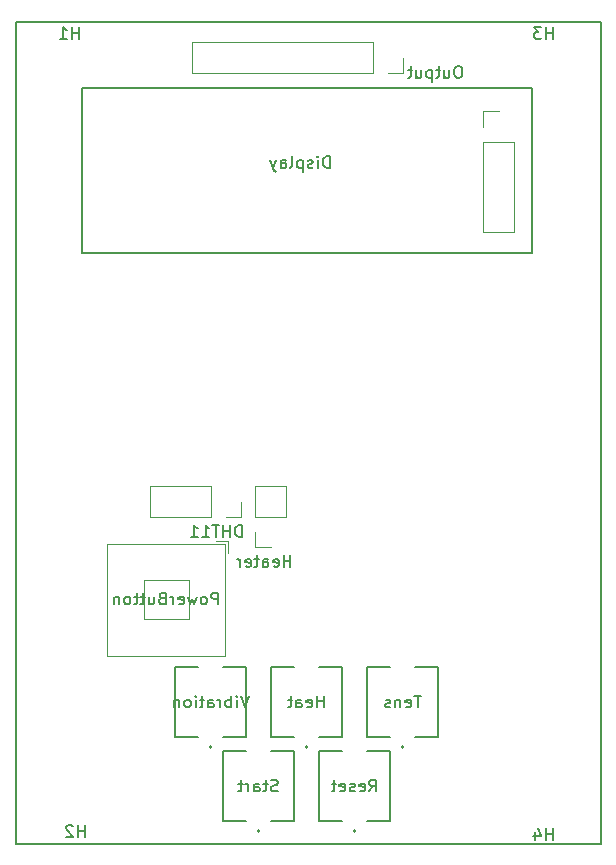
<source format=gbr>
%TF.GenerationSoftware,KiCad,Pcbnew,7.0.7*%
%TF.CreationDate,2025-03-26T10:17:06+05:30*%
%TF.ProjectId,VibAndHeat_Version1,56696241-6e64-4486-9561-745f56657273,rev?*%
%TF.SameCoordinates,Original*%
%TF.FileFunction,Legend,Bot*%
%TF.FilePolarity,Positive*%
%FSLAX46Y46*%
G04 Gerber Fmt 4.6, Leading zero omitted, Abs format (unit mm)*
G04 Created by KiCad (PCBNEW 7.0.7) date 2025-03-26 10:17:06*
%MOMM*%
%LPD*%
G01*
G04 APERTURE LIST*
%ADD10C,0.150000*%
%ADD11C,0.120000*%
%ADD12C,0.127000*%
%ADD13C,0.200000*%
G04 APERTURE END LIST*
D10*
X120396000Y-69596000D02*
X158496000Y-69596000D01*
X158496000Y-83566000D01*
X120396000Y-83566000D01*
X120396000Y-69596000D01*
X114808000Y-64008000D02*
X164338000Y-64008000D01*
X164338000Y-133604000D01*
X114808000Y-133604000D01*
X114808000Y-64008000D01*
X133945047Y-107642819D02*
X133945047Y-106642819D01*
X133945047Y-106642819D02*
X133706952Y-106642819D01*
X133706952Y-106642819D02*
X133564095Y-106690438D01*
X133564095Y-106690438D02*
X133468857Y-106785676D01*
X133468857Y-106785676D02*
X133421238Y-106880914D01*
X133421238Y-106880914D02*
X133373619Y-107071390D01*
X133373619Y-107071390D02*
X133373619Y-107214247D01*
X133373619Y-107214247D02*
X133421238Y-107404723D01*
X133421238Y-107404723D02*
X133468857Y-107499961D01*
X133468857Y-107499961D02*
X133564095Y-107595200D01*
X133564095Y-107595200D02*
X133706952Y-107642819D01*
X133706952Y-107642819D02*
X133945047Y-107642819D01*
X132945047Y-107642819D02*
X132945047Y-106642819D01*
X132945047Y-107119009D02*
X132373619Y-107119009D01*
X132373619Y-107642819D02*
X132373619Y-106642819D01*
X132040285Y-106642819D02*
X131468857Y-106642819D01*
X131754571Y-107642819D02*
X131754571Y-106642819D01*
X130611714Y-107642819D02*
X131183142Y-107642819D01*
X130897428Y-107642819D02*
X130897428Y-106642819D01*
X130897428Y-106642819D02*
X130992666Y-106785676D01*
X130992666Y-106785676D02*
X131087904Y-106880914D01*
X131087904Y-106880914D02*
X131183142Y-106928533D01*
X129659333Y-107642819D02*
X130230761Y-107642819D01*
X129945047Y-107642819D02*
X129945047Y-106642819D01*
X129945047Y-106642819D02*
X130040285Y-106785676D01*
X130040285Y-106785676D02*
X130135523Y-106880914D01*
X130135523Y-106880914D02*
X130230761Y-106928533D01*
X149145428Y-121080819D02*
X148574000Y-121080819D01*
X148859714Y-122080819D02*
X148859714Y-121080819D01*
X147859714Y-122033200D02*
X147954952Y-122080819D01*
X147954952Y-122080819D02*
X148145428Y-122080819D01*
X148145428Y-122080819D02*
X148240666Y-122033200D01*
X148240666Y-122033200D02*
X148288285Y-121937961D01*
X148288285Y-121937961D02*
X148288285Y-121557009D01*
X148288285Y-121557009D02*
X148240666Y-121461771D01*
X148240666Y-121461771D02*
X148145428Y-121414152D01*
X148145428Y-121414152D02*
X147954952Y-121414152D01*
X147954952Y-121414152D02*
X147859714Y-121461771D01*
X147859714Y-121461771D02*
X147812095Y-121557009D01*
X147812095Y-121557009D02*
X147812095Y-121652247D01*
X147812095Y-121652247D02*
X148288285Y-121747485D01*
X147383523Y-121414152D02*
X147383523Y-122080819D01*
X147383523Y-121509390D02*
X147335904Y-121461771D01*
X147335904Y-121461771D02*
X147240666Y-121414152D01*
X147240666Y-121414152D02*
X147097809Y-121414152D01*
X147097809Y-121414152D02*
X147002571Y-121461771D01*
X147002571Y-121461771D02*
X146954952Y-121557009D01*
X146954952Y-121557009D02*
X146954952Y-122080819D01*
X146526380Y-122033200D02*
X146431142Y-122080819D01*
X146431142Y-122080819D02*
X146240666Y-122080819D01*
X146240666Y-122080819D02*
X146145428Y-122033200D01*
X146145428Y-122033200D02*
X146097809Y-121937961D01*
X146097809Y-121937961D02*
X146097809Y-121890342D01*
X146097809Y-121890342D02*
X146145428Y-121795104D01*
X146145428Y-121795104D02*
X146240666Y-121747485D01*
X146240666Y-121747485D02*
X146383523Y-121747485D01*
X146383523Y-121747485D02*
X146478761Y-121699866D01*
X146478761Y-121699866D02*
X146526380Y-121604628D01*
X146526380Y-121604628D02*
X146526380Y-121557009D01*
X146526380Y-121557009D02*
X146478761Y-121461771D01*
X146478761Y-121461771D02*
X146383523Y-121414152D01*
X146383523Y-121414152D02*
X146240666Y-121414152D01*
X146240666Y-121414152D02*
X146145428Y-121461771D01*
X141390380Y-76400819D02*
X141390380Y-75400819D01*
X141390380Y-75400819D02*
X141152285Y-75400819D01*
X141152285Y-75400819D02*
X141009428Y-75448438D01*
X141009428Y-75448438D02*
X140914190Y-75543676D01*
X140914190Y-75543676D02*
X140866571Y-75638914D01*
X140866571Y-75638914D02*
X140818952Y-75829390D01*
X140818952Y-75829390D02*
X140818952Y-75972247D01*
X140818952Y-75972247D02*
X140866571Y-76162723D01*
X140866571Y-76162723D02*
X140914190Y-76257961D01*
X140914190Y-76257961D02*
X141009428Y-76353200D01*
X141009428Y-76353200D02*
X141152285Y-76400819D01*
X141152285Y-76400819D02*
X141390380Y-76400819D01*
X140390380Y-76400819D02*
X140390380Y-75734152D01*
X140390380Y-75400819D02*
X140437999Y-75448438D01*
X140437999Y-75448438D02*
X140390380Y-75496057D01*
X140390380Y-75496057D02*
X140342761Y-75448438D01*
X140342761Y-75448438D02*
X140390380Y-75400819D01*
X140390380Y-75400819D02*
X140390380Y-75496057D01*
X139961809Y-76353200D02*
X139866571Y-76400819D01*
X139866571Y-76400819D02*
X139676095Y-76400819D01*
X139676095Y-76400819D02*
X139580857Y-76353200D01*
X139580857Y-76353200D02*
X139533238Y-76257961D01*
X139533238Y-76257961D02*
X139533238Y-76210342D01*
X139533238Y-76210342D02*
X139580857Y-76115104D01*
X139580857Y-76115104D02*
X139676095Y-76067485D01*
X139676095Y-76067485D02*
X139818952Y-76067485D01*
X139818952Y-76067485D02*
X139914190Y-76019866D01*
X139914190Y-76019866D02*
X139961809Y-75924628D01*
X139961809Y-75924628D02*
X139961809Y-75877009D01*
X139961809Y-75877009D02*
X139914190Y-75781771D01*
X139914190Y-75781771D02*
X139818952Y-75734152D01*
X139818952Y-75734152D02*
X139676095Y-75734152D01*
X139676095Y-75734152D02*
X139580857Y-75781771D01*
X139104666Y-75734152D02*
X139104666Y-76734152D01*
X139104666Y-75781771D02*
X139009428Y-75734152D01*
X139009428Y-75734152D02*
X138818952Y-75734152D01*
X138818952Y-75734152D02*
X138723714Y-75781771D01*
X138723714Y-75781771D02*
X138676095Y-75829390D01*
X138676095Y-75829390D02*
X138628476Y-75924628D01*
X138628476Y-75924628D02*
X138628476Y-76210342D01*
X138628476Y-76210342D02*
X138676095Y-76305580D01*
X138676095Y-76305580D02*
X138723714Y-76353200D01*
X138723714Y-76353200D02*
X138818952Y-76400819D01*
X138818952Y-76400819D02*
X139009428Y-76400819D01*
X139009428Y-76400819D02*
X139104666Y-76353200D01*
X138057047Y-76400819D02*
X138152285Y-76353200D01*
X138152285Y-76353200D02*
X138199904Y-76257961D01*
X138199904Y-76257961D02*
X138199904Y-75400819D01*
X137247523Y-76400819D02*
X137247523Y-75877009D01*
X137247523Y-75877009D02*
X137295142Y-75781771D01*
X137295142Y-75781771D02*
X137390380Y-75734152D01*
X137390380Y-75734152D02*
X137580856Y-75734152D01*
X137580856Y-75734152D02*
X137676094Y-75781771D01*
X137247523Y-76353200D02*
X137342761Y-76400819D01*
X137342761Y-76400819D02*
X137580856Y-76400819D01*
X137580856Y-76400819D02*
X137676094Y-76353200D01*
X137676094Y-76353200D02*
X137723713Y-76257961D01*
X137723713Y-76257961D02*
X137723713Y-76162723D01*
X137723713Y-76162723D02*
X137676094Y-76067485D01*
X137676094Y-76067485D02*
X137580856Y-76019866D01*
X137580856Y-76019866D02*
X137342761Y-76019866D01*
X137342761Y-76019866D02*
X137247523Y-75972247D01*
X136866570Y-75734152D02*
X136628475Y-76400819D01*
X136390380Y-75734152D02*
X136628475Y-76400819D01*
X136628475Y-76400819D02*
X136723713Y-76638914D01*
X136723713Y-76638914D02*
X136771332Y-76686533D01*
X136771332Y-76686533D02*
X136866570Y-76734152D01*
X160273904Y-65478819D02*
X160273904Y-64478819D01*
X160273904Y-64955009D02*
X159702476Y-64955009D01*
X159702476Y-65478819D02*
X159702476Y-64478819D01*
X159321523Y-64478819D02*
X158702476Y-64478819D01*
X158702476Y-64478819D02*
X159035809Y-64859771D01*
X159035809Y-64859771D02*
X158892952Y-64859771D01*
X158892952Y-64859771D02*
X158797714Y-64907390D01*
X158797714Y-64907390D02*
X158750095Y-64955009D01*
X158750095Y-64955009D02*
X158702476Y-65050247D01*
X158702476Y-65050247D02*
X158702476Y-65288342D01*
X158702476Y-65288342D02*
X158750095Y-65383580D01*
X158750095Y-65383580D02*
X158797714Y-65431200D01*
X158797714Y-65431200D02*
X158892952Y-65478819D01*
X158892952Y-65478819D02*
X159178666Y-65478819D01*
X159178666Y-65478819D02*
X159273904Y-65431200D01*
X159273904Y-65431200D02*
X159321523Y-65383580D01*
X144748095Y-129192819D02*
X145081428Y-128716628D01*
X145319523Y-129192819D02*
X145319523Y-128192819D01*
X145319523Y-128192819D02*
X144938571Y-128192819D01*
X144938571Y-128192819D02*
X144843333Y-128240438D01*
X144843333Y-128240438D02*
X144795714Y-128288057D01*
X144795714Y-128288057D02*
X144748095Y-128383295D01*
X144748095Y-128383295D02*
X144748095Y-128526152D01*
X144748095Y-128526152D02*
X144795714Y-128621390D01*
X144795714Y-128621390D02*
X144843333Y-128669009D01*
X144843333Y-128669009D02*
X144938571Y-128716628D01*
X144938571Y-128716628D02*
X145319523Y-128716628D01*
X143938571Y-129145200D02*
X144033809Y-129192819D01*
X144033809Y-129192819D02*
X144224285Y-129192819D01*
X144224285Y-129192819D02*
X144319523Y-129145200D01*
X144319523Y-129145200D02*
X144367142Y-129049961D01*
X144367142Y-129049961D02*
X144367142Y-128669009D01*
X144367142Y-128669009D02*
X144319523Y-128573771D01*
X144319523Y-128573771D02*
X144224285Y-128526152D01*
X144224285Y-128526152D02*
X144033809Y-128526152D01*
X144033809Y-128526152D02*
X143938571Y-128573771D01*
X143938571Y-128573771D02*
X143890952Y-128669009D01*
X143890952Y-128669009D02*
X143890952Y-128764247D01*
X143890952Y-128764247D02*
X144367142Y-128859485D01*
X143509999Y-129145200D02*
X143414761Y-129192819D01*
X143414761Y-129192819D02*
X143224285Y-129192819D01*
X143224285Y-129192819D02*
X143129047Y-129145200D01*
X143129047Y-129145200D02*
X143081428Y-129049961D01*
X143081428Y-129049961D02*
X143081428Y-129002342D01*
X143081428Y-129002342D02*
X143129047Y-128907104D01*
X143129047Y-128907104D02*
X143224285Y-128859485D01*
X143224285Y-128859485D02*
X143367142Y-128859485D01*
X143367142Y-128859485D02*
X143462380Y-128811866D01*
X143462380Y-128811866D02*
X143509999Y-128716628D01*
X143509999Y-128716628D02*
X143509999Y-128669009D01*
X143509999Y-128669009D02*
X143462380Y-128573771D01*
X143462380Y-128573771D02*
X143367142Y-128526152D01*
X143367142Y-128526152D02*
X143224285Y-128526152D01*
X143224285Y-128526152D02*
X143129047Y-128573771D01*
X142271904Y-129145200D02*
X142367142Y-129192819D01*
X142367142Y-129192819D02*
X142557618Y-129192819D01*
X142557618Y-129192819D02*
X142652856Y-129145200D01*
X142652856Y-129145200D02*
X142700475Y-129049961D01*
X142700475Y-129049961D02*
X142700475Y-128669009D01*
X142700475Y-128669009D02*
X142652856Y-128573771D01*
X142652856Y-128573771D02*
X142557618Y-128526152D01*
X142557618Y-128526152D02*
X142367142Y-128526152D01*
X142367142Y-128526152D02*
X142271904Y-128573771D01*
X142271904Y-128573771D02*
X142224285Y-128669009D01*
X142224285Y-128669009D02*
X142224285Y-128764247D01*
X142224285Y-128764247D02*
X142700475Y-128859485D01*
X141938570Y-128526152D02*
X141557618Y-128526152D01*
X141795713Y-128192819D02*
X141795713Y-129049961D01*
X141795713Y-129049961D02*
X141748094Y-129145200D01*
X141748094Y-129145200D02*
X141652856Y-129192819D01*
X141652856Y-129192819D02*
X141557618Y-129192819D01*
X140898380Y-122080819D02*
X140898380Y-121080819D01*
X140898380Y-121557009D02*
X140326952Y-121557009D01*
X140326952Y-122080819D02*
X140326952Y-121080819D01*
X139469809Y-122033200D02*
X139565047Y-122080819D01*
X139565047Y-122080819D02*
X139755523Y-122080819D01*
X139755523Y-122080819D02*
X139850761Y-122033200D01*
X139850761Y-122033200D02*
X139898380Y-121937961D01*
X139898380Y-121937961D02*
X139898380Y-121557009D01*
X139898380Y-121557009D02*
X139850761Y-121461771D01*
X139850761Y-121461771D02*
X139755523Y-121414152D01*
X139755523Y-121414152D02*
X139565047Y-121414152D01*
X139565047Y-121414152D02*
X139469809Y-121461771D01*
X139469809Y-121461771D02*
X139422190Y-121557009D01*
X139422190Y-121557009D02*
X139422190Y-121652247D01*
X139422190Y-121652247D02*
X139898380Y-121747485D01*
X138565047Y-122080819D02*
X138565047Y-121557009D01*
X138565047Y-121557009D02*
X138612666Y-121461771D01*
X138612666Y-121461771D02*
X138707904Y-121414152D01*
X138707904Y-121414152D02*
X138898380Y-121414152D01*
X138898380Y-121414152D02*
X138993618Y-121461771D01*
X138565047Y-122033200D02*
X138660285Y-122080819D01*
X138660285Y-122080819D02*
X138898380Y-122080819D01*
X138898380Y-122080819D02*
X138993618Y-122033200D01*
X138993618Y-122033200D02*
X139041237Y-121937961D01*
X139041237Y-121937961D02*
X139041237Y-121842723D01*
X139041237Y-121842723D02*
X138993618Y-121747485D01*
X138993618Y-121747485D02*
X138898380Y-121699866D01*
X138898380Y-121699866D02*
X138660285Y-121699866D01*
X138660285Y-121699866D02*
X138565047Y-121652247D01*
X138231713Y-121414152D02*
X137850761Y-121414152D01*
X138088856Y-121080819D02*
X138088856Y-121937961D01*
X138088856Y-121937961D02*
X138041237Y-122033200D01*
X138041237Y-122033200D02*
X137945999Y-122080819D01*
X137945999Y-122080819D02*
X137850761Y-122080819D01*
X120141904Y-65478819D02*
X120141904Y-64478819D01*
X120141904Y-64955009D02*
X119570476Y-64955009D01*
X119570476Y-65478819D02*
X119570476Y-64478819D01*
X118570476Y-65478819D02*
X119141904Y-65478819D01*
X118856190Y-65478819D02*
X118856190Y-64478819D01*
X118856190Y-64478819D02*
X118951428Y-64621676D01*
X118951428Y-64621676D02*
X119046666Y-64716914D01*
X119046666Y-64716914D02*
X119141904Y-64764533D01*
X134532285Y-121080819D02*
X134198952Y-122080819D01*
X134198952Y-122080819D02*
X133865619Y-121080819D01*
X133532285Y-122080819D02*
X133532285Y-121414152D01*
X133532285Y-121080819D02*
X133579904Y-121128438D01*
X133579904Y-121128438D02*
X133532285Y-121176057D01*
X133532285Y-121176057D02*
X133484666Y-121128438D01*
X133484666Y-121128438D02*
X133532285Y-121080819D01*
X133532285Y-121080819D02*
X133532285Y-121176057D01*
X133056095Y-122080819D02*
X133056095Y-121080819D01*
X133056095Y-121461771D02*
X132960857Y-121414152D01*
X132960857Y-121414152D02*
X132770381Y-121414152D01*
X132770381Y-121414152D02*
X132675143Y-121461771D01*
X132675143Y-121461771D02*
X132627524Y-121509390D01*
X132627524Y-121509390D02*
X132579905Y-121604628D01*
X132579905Y-121604628D02*
X132579905Y-121890342D01*
X132579905Y-121890342D02*
X132627524Y-121985580D01*
X132627524Y-121985580D02*
X132675143Y-122033200D01*
X132675143Y-122033200D02*
X132770381Y-122080819D01*
X132770381Y-122080819D02*
X132960857Y-122080819D01*
X132960857Y-122080819D02*
X133056095Y-122033200D01*
X132151333Y-122080819D02*
X132151333Y-121414152D01*
X132151333Y-121604628D02*
X132103714Y-121509390D01*
X132103714Y-121509390D02*
X132056095Y-121461771D01*
X132056095Y-121461771D02*
X131960857Y-121414152D01*
X131960857Y-121414152D02*
X131865619Y-121414152D01*
X131103714Y-122080819D02*
X131103714Y-121557009D01*
X131103714Y-121557009D02*
X131151333Y-121461771D01*
X131151333Y-121461771D02*
X131246571Y-121414152D01*
X131246571Y-121414152D02*
X131437047Y-121414152D01*
X131437047Y-121414152D02*
X131532285Y-121461771D01*
X131103714Y-122033200D02*
X131198952Y-122080819D01*
X131198952Y-122080819D02*
X131437047Y-122080819D01*
X131437047Y-122080819D02*
X131532285Y-122033200D01*
X131532285Y-122033200D02*
X131579904Y-121937961D01*
X131579904Y-121937961D02*
X131579904Y-121842723D01*
X131579904Y-121842723D02*
X131532285Y-121747485D01*
X131532285Y-121747485D02*
X131437047Y-121699866D01*
X131437047Y-121699866D02*
X131198952Y-121699866D01*
X131198952Y-121699866D02*
X131103714Y-121652247D01*
X130770380Y-121414152D02*
X130389428Y-121414152D01*
X130627523Y-121080819D02*
X130627523Y-121937961D01*
X130627523Y-121937961D02*
X130579904Y-122033200D01*
X130579904Y-122033200D02*
X130484666Y-122080819D01*
X130484666Y-122080819D02*
X130389428Y-122080819D01*
X130056094Y-122080819D02*
X130056094Y-121414152D01*
X130056094Y-121080819D02*
X130103713Y-121128438D01*
X130103713Y-121128438D02*
X130056094Y-121176057D01*
X130056094Y-121176057D02*
X130008475Y-121128438D01*
X130008475Y-121128438D02*
X130056094Y-121080819D01*
X130056094Y-121080819D02*
X130056094Y-121176057D01*
X129437047Y-122080819D02*
X129532285Y-122033200D01*
X129532285Y-122033200D02*
X129579904Y-121985580D01*
X129579904Y-121985580D02*
X129627523Y-121890342D01*
X129627523Y-121890342D02*
X129627523Y-121604628D01*
X129627523Y-121604628D02*
X129579904Y-121509390D01*
X129579904Y-121509390D02*
X129532285Y-121461771D01*
X129532285Y-121461771D02*
X129437047Y-121414152D01*
X129437047Y-121414152D02*
X129294190Y-121414152D01*
X129294190Y-121414152D02*
X129198952Y-121461771D01*
X129198952Y-121461771D02*
X129151333Y-121509390D01*
X129151333Y-121509390D02*
X129103714Y-121604628D01*
X129103714Y-121604628D02*
X129103714Y-121890342D01*
X129103714Y-121890342D02*
X129151333Y-121985580D01*
X129151333Y-121985580D02*
X129198952Y-122033200D01*
X129198952Y-122033200D02*
X129294190Y-122080819D01*
X129294190Y-122080819D02*
X129437047Y-122080819D01*
X128675142Y-121414152D02*
X128675142Y-122080819D01*
X128675142Y-121509390D02*
X128627523Y-121461771D01*
X128627523Y-121461771D02*
X128532285Y-121414152D01*
X128532285Y-121414152D02*
X128389428Y-121414152D01*
X128389428Y-121414152D02*
X128294190Y-121461771D01*
X128294190Y-121461771D02*
X128246571Y-121557009D01*
X128246571Y-121557009D02*
X128246571Y-122080819D01*
X137001047Y-129145200D02*
X136858190Y-129192819D01*
X136858190Y-129192819D02*
X136620095Y-129192819D01*
X136620095Y-129192819D02*
X136524857Y-129145200D01*
X136524857Y-129145200D02*
X136477238Y-129097580D01*
X136477238Y-129097580D02*
X136429619Y-129002342D01*
X136429619Y-129002342D02*
X136429619Y-128907104D01*
X136429619Y-128907104D02*
X136477238Y-128811866D01*
X136477238Y-128811866D02*
X136524857Y-128764247D01*
X136524857Y-128764247D02*
X136620095Y-128716628D01*
X136620095Y-128716628D02*
X136810571Y-128669009D01*
X136810571Y-128669009D02*
X136905809Y-128621390D01*
X136905809Y-128621390D02*
X136953428Y-128573771D01*
X136953428Y-128573771D02*
X137001047Y-128478533D01*
X137001047Y-128478533D02*
X137001047Y-128383295D01*
X137001047Y-128383295D02*
X136953428Y-128288057D01*
X136953428Y-128288057D02*
X136905809Y-128240438D01*
X136905809Y-128240438D02*
X136810571Y-128192819D01*
X136810571Y-128192819D02*
X136572476Y-128192819D01*
X136572476Y-128192819D02*
X136429619Y-128240438D01*
X136143904Y-128526152D02*
X135762952Y-128526152D01*
X136001047Y-128192819D02*
X136001047Y-129049961D01*
X136001047Y-129049961D02*
X135953428Y-129145200D01*
X135953428Y-129145200D02*
X135858190Y-129192819D01*
X135858190Y-129192819D02*
X135762952Y-129192819D01*
X135001047Y-129192819D02*
X135001047Y-128669009D01*
X135001047Y-128669009D02*
X135048666Y-128573771D01*
X135048666Y-128573771D02*
X135143904Y-128526152D01*
X135143904Y-128526152D02*
X135334380Y-128526152D01*
X135334380Y-128526152D02*
X135429618Y-128573771D01*
X135001047Y-129145200D02*
X135096285Y-129192819D01*
X135096285Y-129192819D02*
X135334380Y-129192819D01*
X135334380Y-129192819D02*
X135429618Y-129145200D01*
X135429618Y-129145200D02*
X135477237Y-129049961D01*
X135477237Y-129049961D02*
X135477237Y-128954723D01*
X135477237Y-128954723D02*
X135429618Y-128859485D01*
X135429618Y-128859485D02*
X135334380Y-128811866D01*
X135334380Y-128811866D02*
X135096285Y-128811866D01*
X135096285Y-128811866D02*
X135001047Y-128764247D01*
X134524856Y-129192819D02*
X134524856Y-128526152D01*
X134524856Y-128716628D02*
X134477237Y-128621390D01*
X134477237Y-128621390D02*
X134429618Y-128573771D01*
X134429618Y-128573771D02*
X134334380Y-128526152D01*
X134334380Y-128526152D02*
X134239142Y-128526152D01*
X134048665Y-128526152D02*
X133667713Y-128526152D01*
X133905808Y-128192819D02*
X133905808Y-129049961D01*
X133905808Y-129049961D02*
X133858189Y-129145200D01*
X133858189Y-129145200D02*
X133762951Y-129192819D01*
X133762951Y-129192819D02*
X133667713Y-129192819D01*
X131952762Y-113359319D02*
X131952762Y-112359319D01*
X131952762Y-112359319D02*
X131571810Y-112359319D01*
X131571810Y-112359319D02*
X131476572Y-112406938D01*
X131476572Y-112406938D02*
X131428953Y-112454557D01*
X131428953Y-112454557D02*
X131381334Y-112549795D01*
X131381334Y-112549795D02*
X131381334Y-112692652D01*
X131381334Y-112692652D02*
X131428953Y-112787890D01*
X131428953Y-112787890D02*
X131476572Y-112835509D01*
X131476572Y-112835509D02*
X131571810Y-112883128D01*
X131571810Y-112883128D02*
X131952762Y-112883128D01*
X130809905Y-113359319D02*
X130905143Y-113311700D01*
X130905143Y-113311700D02*
X130952762Y-113264080D01*
X130952762Y-113264080D02*
X131000381Y-113168842D01*
X131000381Y-113168842D02*
X131000381Y-112883128D01*
X131000381Y-112883128D02*
X130952762Y-112787890D01*
X130952762Y-112787890D02*
X130905143Y-112740271D01*
X130905143Y-112740271D02*
X130809905Y-112692652D01*
X130809905Y-112692652D02*
X130667048Y-112692652D01*
X130667048Y-112692652D02*
X130571810Y-112740271D01*
X130571810Y-112740271D02*
X130524191Y-112787890D01*
X130524191Y-112787890D02*
X130476572Y-112883128D01*
X130476572Y-112883128D02*
X130476572Y-113168842D01*
X130476572Y-113168842D02*
X130524191Y-113264080D01*
X130524191Y-113264080D02*
X130571810Y-113311700D01*
X130571810Y-113311700D02*
X130667048Y-113359319D01*
X130667048Y-113359319D02*
X130809905Y-113359319D01*
X130143238Y-112692652D02*
X129952762Y-113359319D01*
X129952762Y-113359319D02*
X129762286Y-112883128D01*
X129762286Y-112883128D02*
X129571810Y-113359319D01*
X129571810Y-113359319D02*
X129381334Y-112692652D01*
X128619429Y-113311700D02*
X128714667Y-113359319D01*
X128714667Y-113359319D02*
X128905143Y-113359319D01*
X128905143Y-113359319D02*
X129000381Y-113311700D01*
X129000381Y-113311700D02*
X129048000Y-113216461D01*
X129048000Y-113216461D02*
X129048000Y-112835509D01*
X129048000Y-112835509D02*
X129000381Y-112740271D01*
X129000381Y-112740271D02*
X128905143Y-112692652D01*
X128905143Y-112692652D02*
X128714667Y-112692652D01*
X128714667Y-112692652D02*
X128619429Y-112740271D01*
X128619429Y-112740271D02*
X128571810Y-112835509D01*
X128571810Y-112835509D02*
X128571810Y-112930747D01*
X128571810Y-112930747D02*
X129048000Y-113025985D01*
X128143238Y-113359319D02*
X128143238Y-112692652D01*
X128143238Y-112883128D02*
X128095619Y-112787890D01*
X128095619Y-112787890D02*
X128048000Y-112740271D01*
X128048000Y-112740271D02*
X127952762Y-112692652D01*
X127952762Y-112692652D02*
X127857524Y-112692652D01*
X127190857Y-112835509D02*
X127048000Y-112883128D01*
X127048000Y-112883128D02*
X127000381Y-112930747D01*
X127000381Y-112930747D02*
X126952762Y-113025985D01*
X126952762Y-113025985D02*
X126952762Y-113168842D01*
X126952762Y-113168842D02*
X127000381Y-113264080D01*
X127000381Y-113264080D02*
X127048000Y-113311700D01*
X127048000Y-113311700D02*
X127143238Y-113359319D01*
X127143238Y-113359319D02*
X127524190Y-113359319D01*
X127524190Y-113359319D02*
X127524190Y-112359319D01*
X127524190Y-112359319D02*
X127190857Y-112359319D01*
X127190857Y-112359319D02*
X127095619Y-112406938D01*
X127095619Y-112406938D02*
X127048000Y-112454557D01*
X127048000Y-112454557D02*
X127000381Y-112549795D01*
X127000381Y-112549795D02*
X127000381Y-112645033D01*
X127000381Y-112645033D02*
X127048000Y-112740271D01*
X127048000Y-112740271D02*
X127095619Y-112787890D01*
X127095619Y-112787890D02*
X127190857Y-112835509D01*
X127190857Y-112835509D02*
X127524190Y-112835509D01*
X126095619Y-112692652D02*
X126095619Y-113359319D01*
X126524190Y-112692652D02*
X126524190Y-113216461D01*
X126524190Y-113216461D02*
X126476571Y-113311700D01*
X126476571Y-113311700D02*
X126381333Y-113359319D01*
X126381333Y-113359319D02*
X126238476Y-113359319D01*
X126238476Y-113359319D02*
X126143238Y-113311700D01*
X126143238Y-113311700D02*
X126095619Y-113264080D01*
X125762285Y-112692652D02*
X125381333Y-112692652D01*
X125619428Y-112359319D02*
X125619428Y-113216461D01*
X125619428Y-113216461D02*
X125571809Y-113311700D01*
X125571809Y-113311700D02*
X125476571Y-113359319D01*
X125476571Y-113359319D02*
X125381333Y-113359319D01*
X125190856Y-112692652D02*
X124809904Y-112692652D01*
X125047999Y-112359319D02*
X125047999Y-113216461D01*
X125047999Y-113216461D02*
X125000380Y-113311700D01*
X125000380Y-113311700D02*
X124905142Y-113359319D01*
X124905142Y-113359319D02*
X124809904Y-113359319D01*
X124333713Y-113359319D02*
X124428951Y-113311700D01*
X124428951Y-113311700D02*
X124476570Y-113264080D01*
X124476570Y-113264080D02*
X124524189Y-113168842D01*
X124524189Y-113168842D02*
X124524189Y-112883128D01*
X124524189Y-112883128D02*
X124476570Y-112787890D01*
X124476570Y-112787890D02*
X124428951Y-112740271D01*
X124428951Y-112740271D02*
X124333713Y-112692652D01*
X124333713Y-112692652D02*
X124190856Y-112692652D01*
X124190856Y-112692652D02*
X124095618Y-112740271D01*
X124095618Y-112740271D02*
X124047999Y-112787890D01*
X124047999Y-112787890D02*
X124000380Y-112883128D01*
X124000380Y-112883128D02*
X124000380Y-113168842D01*
X124000380Y-113168842D02*
X124047999Y-113264080D01*
X124047999Y-113264080D02*
X124095618Y-113311700D01*
X124095618Y-113311700D02*
X124190856Y-113359319D01*
X124190856Y-113359319D02*
X124333713Y-113359319D01*
X123571808Y-112692652D02*
X123571808Y-113359319D01*
X123571808Y-112787890D02*
X123524189Y-112740271D01*
X123524189Y-112740271D02*
X123428951Y-112692652D01*
X123428951Y-112692652D02*
X123286094Y-112692652D01*
X123286094Y-112692652D02*
X123190856Y-112740271D01*
X123190856Y-112740271D02*
X123143237Y-112835509D01*
X123143237Y-112835509D02*
X123143237Y-113359319D01*
X152391809Y-67780819D02*
X152201333Y-67780819D01*
X152201333Y-67780819D02*
X152106095Y-67828438D01*
X152106095Y-67828438D02*
X152010857Y-67923676D01*
X152010857Y-67923676D02*
X151963238Y-68114152D01*
X151963238Y-68114152D02*
X151963238Y-68447485D01*
X151963238Y-68447485D02*
X152010857Y-68637961D01*
X152010857Y-68637961D02*
X152106095Y-68733200D01*
X152106095Y-68733200D02*
X152201333Y-68780819D01*
X152201333Y-68780819D02*
X152391809Y-68780819D01*
X152391809Y-68780819D02*
X152487047Y-68733200D01*
X152487047Y-68733200D02*
X152582285Y-68637961D01*
X152582285Y-68637961D02*
X152629904Y-68447485D01*
X152629904Y-68447485D02*
X152629904Y-68114152D01*
X152629904Y-68114152D02*
X152582285Y-67923676D01*
X152582285Y-67923676D02*
X152487047Y-67828438D01*
X152487047Y-67828438D02*
X152391809Y-67780819D01*
X151106095Y-68114152D02*
X151106095Y-68780819D01*
X151534666Y-68114152D02*
X151534666Y-68637961D01*
X151534666Y-68637961D02*
X151487047Y-68733200D01*
X151487047Y-68733200D02*
X151391809Y-68780819D01*
X151391809Y-68780819D02*
X151248952Y-68780819D01*
X151248952Y-68780819D02*
X151153714Y-68733200D01*
X151153714Y-68733200D02*
X151106095Y-68685580D01*
X150772761Y-68114152D02*
X150391809Y-68114152D01*
X150629904Y-67780819D02*
X150629904Y-68637961D01*
X150629904Y-68637961D02*
X150582285Y-68733200D01*
X150582285Y-68733200D02*
X150487047Y-68780819D01*
X150487047Y-68780819D02*
X150391809Y-68780819D01*
X150058475Y-68114152D02*
X150058475Y-69114152D01*
X150058475Y-68161771D02*
X149963237Y-68114152D01*
X149963237Y-68114152D02*
X149772761Y-68114152D01*
X149772761Y-68114152D02*
X149677523Y-68161771D01*
X149677523Y-68161771D02*
X149629904Y-68209390D01*
X149629904Y-68209390D02*
X149582285Y-68304628D01*
X149582285Y-68304628D02*
X149582285Y-68590342D01*
X149582285Y-68590342D02*
X149629904Y-68685580D01*
X149629904Y-68685580D02*
X149677523Y-68733200D01*
X149677523Y-68733200D02*
X149772761Y-68780819D01*
X149772761Y-68780819D02*
X149963237Y-68780819D01*
X149963237Y-68780819D02*
X150058475Y-68733200D01*
X148725142Y-68114152D02*
X148725142Y-68780819D01*
X149153713Y-68114152D02*
X149153713Y-68637961D01*
X149153713Y-68637961D02*
X149106094Y-68733200D01*
X149106094Y-68733200D02*
X149010856Y-68780819D01*
X149010856Y-68780819D02*
X148867999Y-68780819D01*
X148867999Y-68780819D02*
X148772761Y-68733200D01*
X148772761Y-68733200D02*
X148725142Y-68685580D01*
X148391808Y-68114152D02*
X148010856Y-68114152D01*
X148248951Y-67780819D02*
X148248951Y-68637961D01*
X148248951Y-68637961D02*
X148201332Y-68733200D01*
X148201332Y-68733200D02*
X148106094Y-68780819D01*
X148106094Y-68780819D02*
X148010856Y-68780819D01*
X160273904Y-133296819D02*
X160273904Y-132296819D01*
X160273904Y-132773009D02*
X159702476Y-132773009D01*
X159702476Y-133296819D02*
X159702476Y-132296819D01*
X158797714Y-132630152D02*
X158797714Y-133296819D01*
X159035809Y-132249200D02*
X159273904Y-132963485D01*
X159273904Y-132963485D02*
X158654857Y-132963485D01*
X120649904Y-133042819D02*
X120649904Y-132042819D01*
X120649904Y-132519009D02*
X120078476Y-132519009D01*
X120078476Y-133042819D02*
X120078476Y-132042819D01*
X119649904Y-132138057D02*
X119602285Y-132090438D01*
X119602285Y-132090438D02*
X119507047Y-132042819D01*
X119507047Y-132042819D02*
X119268952Y-132042819D01*
X119268952Y-132042819D02*
X119173714Y-132090438D01*
X119173714Y-132090438D02*
X119126095Y-132138057D01*
X119126095Y-132138057D02*
X119078476Y-132233295D01*
X119078476Y-132233295D02*
X119078476Y-132328533D01*
X119078476Y-132328533D02*
X119126095Y-132471390D01*
X119126095Y-132471390D02*
X119697523Y-133042819D01*
X119697523Y-133042819D02*
X119078476Y-133042819D01*
X138080476Y-110182819D02*
X138080476Y-109182819D01*
X138080476Y-109659009D02*
X137509048Y-109659009D01*
X137509048Y-110182819D02*
X137509048Y-109182819D01*
X136651905Y-110135200D02*
X136747143Y-110182819D01*
X136747143Y-110182819D02*
X136937619Y-110182819D01*
X136937619Y-110182819D02*
X137032857Y-110135200D01*
X137032857Y-110135200D02*
X137080476Y-110039961D01*
X137080476Y-110039961D02*
X137080476Y-109659009D01*
X137080476Y-109659009D02*
X137032857Y-109563771D01*
X137032857Y-109563771D02*
X136937619Y-109516152D01*
X136937619Y-109516152D02*
X136747143Y-109516152D01*
X136747143Y-109516152D02*
X136651905Y-109563771D01*
X136651905Y-109563771D02*
X136604286Y-109659009D01*
X136604286Y-109659009D02*
X136604286Y-109754247D01*
X136604286Y-109754247D02*
X137080476Y-109849485D01*
X135747143Y-110182819D02*
X135747143Y-109659009D01*
X135747143Y-109659009D02*
X135794762Y-109563771D01*
X135794762Y-109563771D02*
X135890000Y-109516152D01*
X135890000Y-109516152D02*
X136080476Y-109516152D01*
X136080476Y-109516152D02*
X136175714Y-109563771D01*
X135747143Y-110135200D02*
X135842381Y-110182819D01*
X135842381Y-110182819D02*
X136080476Y-110182819D01*
X136080476Y-110182819D02*
X136175714Y-110135200D01*
X136175714Y-110135200D02*
X136223333Y-110039961D01*
X136223333Y-110039961D02*
X136223333Y-109944723D01*
X136223333Y-109944723D02*
X136175714Y-109849485D01*
X136175714Y-109849485D02*
X136080476Y-109801866D01*
X136080476Y-109801866D02*
X135842381Y-109801866D01*
X135842381Y-109801866D02*
X135747143Y-109754247D01*
X135413809Y-109516152D02*
X135032857Y-109516152D01*
X135270952Y-109182819D02*
X135270952Y-110039961D01*
X135270952Y-110039961D02*
X135223333Y-110135200D01*
X135223333Y-110135200D02*
X135128095Y-110182819D01*
X135128095Y-110182819D02*
X135032857Y-110182819D01*
X134318571Y-110135200D02*
X134413809Y-110182819D01*
X134413809Y-110182819D02*
X134604285Y-110182819D01*
X134604285Y-110182819D02*
X134699523Y-110135200D01*
X134699523Y-110135200D02*
X134747142Y-110039961D01*
X134747142Y-110039961D02*
X134747142Y-109659009D01*
X134747142Y-109659009D02*
X134699523Y-109563771D01*
X134699523Y-109563771D02*
X134604285Y-109516152D01*
X134604285Y-109516152D02*
X134413809Y-109516152D01*
X134413809Y-109516152D02*
X134318571Y-109563771D01*
X134318571Y-109563771D02*
X134270952Y-109659009D01*
X134270952Y-109659009D02*
X134270952Y-109754247D01*
X134270952Y-109754247D02*
X134747142Y-109849485D01*
X133842380Y-110182819D02*
X133842380Y-109516152D01*
X133842380Y-109706628D02*
X133794761Y-109611390D01*
X133794761Y-109611390D02*
X133747142Y-109563771D01*
X133747142Y-109563771D02*
X133651904Y-109516152D01*
X133651904Y-109516152D02*
X133556666Y-109516152D01*
D11*
%TO.C,U1*%
X126178000Y-105978000D02*
X126178000Y-103318000D01*
X131318000Y-105978000D02*
X126178000Y-105978000D01*
X131318000Y-105978000D02*
X131318000Y-103318000D01*
X132588000Y-105978000D02*
X133918000Y-105978000D01*
X133918000Y-105978000D02*
X133918000Y-104648000D01*
X131318000Y-103318000D02*
X126178000Y-103318000D01*
D12*
%TO.C,Button5*%
X144574000Y-124626000D02*
X146499000Y-124626000D01*
X148649000Y-124626000D02*
X150574000Y-124626000D01*
X150574000Y-124626000D02*
X150574000Y-118626000D01*
X144574000Y-118626000D02*
X144574000Y-124626000D01*
X146499000Y-118626000D02*
X144574000Y-118626000D01*
X150574000Y-118626000D02*
X148649000Y-118626000D01*
D13*
X147674000Y-125426000D02*
G75*
G03*
X147674000Y-125426000I-100000J0D01*
G01*
D11*
%TO.C,J7*%
X157032000Y-81848000D02*
X154372000Y-81848000D01*
X157032000Y-74168000D02*
X157032000Y-81848000D01*
X157032000Y-74168000D02*
X154372000Y-74168000D01*
X155702000Y-71568000D02*
X154372000Y-71568000D01*
X154372000Y-74168000D02*
X154372000Y-81848000D01*
X154372000Y-71568000D02*
X154372000Y-72898000D01*
D12*
%TO.C,Button2*%
X140510000Y-131738000D02*
X142435000Y-131738000D01*
X144585000Y-131738000D02*
X146510000Y-131738000D01*
X146510000Y-131738000D02*
X146510000Y-125738000D01*
X140510000Y-125738000D02*
X140510000Y-131738000D01*
X142435000Y-125738000D02*
X140510000Y-125738000D01*
X146510000Y-125738000D02*
X144585000Y-125738000D01*
D13*
X143610000Y-132538000D02*
G75*
G03*
X143610000Y-132538000I-100000J0D01*
G01*
D12*
%TO.C,Button4*%
X136446000Y-124626000D02*
X138371000Y-124626000D01*
X140521000Y-124626000D02*
X142446000Y-124626000D01*
X142446000Y-124626000D02*
X142446000Y-118626000D01*
X136446000Y-118626000D02*
X136446000Y-124626000D01*
X138371000Y-118626000D02*
X136446000Y-118626000D01*
X142446000Y-118626000D02*
X140521000Y-118626000D01*
D13*
X139546000Y-125426000D02*
G75*
G03*
X139546000Y-125426000I-100000J0D01*
G01*
D12*
%TO.C,Button3*%
X128318000Y-124626000D02*
X130243000Y-124626000D01*
X132393000Y-124626000D02*
X134318000Y-124626000D01*
X134318000Y-124626000D02*
X134318000Y-118626000D01*
X128318000Y-118626000D02*
X128318000Y-124626000D01*
X130243000Y-118626000D02*
X128318000Y-118626000D01*
X134318000Y-118626000D02*
X132393000Y-118626000D01*
D13*
X131418000Y-125426000D02*
G75*
G03*
X131418000Y-125426000I-100000J0D01*
G01*
D12*
%TO.C,Button1*%
X132382000Y-131738000D02*
X134307000Y-131738000D01*
X136457000Y-131738000D02*
X138382000Y-131738000D01*
X138382000Y-131738000D02*
X138382000Y-125738000D01*
X132382000Y-125738000D02*
X132382000Y-131738000D01*
X134307000Y-125738000D02*
X132382000Y-125738000D01*
X138382000Y-125738000D02*
X136457000Y-125738000D01*
D13*
X135482000Y-132538000D02*
G75*
G03*
X135482000Y-132538000I-100000J0D01*
G01*
D11*
%TO.C,SW1*%
X132818000Y-109012000D02*
X132818000Y-108012000D01*
X132568000Y-117702000D02*
X132568000Y-108262000D01*
X131818000Y-108012000D02*
X132818000Y-108012000D01*
X129498000Y-111282000D02*
X129498000Y-114582000D01*
X125698000Y-114582000D02*
X129498000Y-114582000D01*
X125698000Y-111282000D02*
X129498000Y-111282000D01*
X125698000Y-111282000D02*
X125698000Y-114582000D01*
X122528000Y-117702000D02*
X132568000Y-117702000D01*
X122528000Y-117702000D02*
X122528000Y-108262000D01*
X122528000Y-108262000D02*
X132568000Y-108262000D01*
%TO.C,J8*%
X129739000Y-68386000D02*
X129739000Y-65726000D01*
X145039000Y-68386000D02*
X129739000Y-68386000D01*
X145039000Y-68386000D02*
X145039000Y-65726000D01*
X146309000Y-68386000D02*
X147639000Y-68386000D01*
X147639000Y-68386000D02*
X147639000Y-67056000D01*
X145039000Y-65726000D02*
X129739000Y-65726000D01*
%TO.C,J5*%
X135068000Y-103323000D02*
X137728000Y-103323000D01*
X135068000Y-105923000D02*
X135068000Y-103323000D01*
X135068000Y-105923000D02*
X137728000Y-105923000D01*
X135068000Y-107193000D02*
X135068000Y-108523000D01*
X135068000Y-108523000D02*
X136398000Y-108523000D01*
X137728000Y-105923000D02*
X137728000Y-103323000D01*
%TD*%
M02*

</source>
